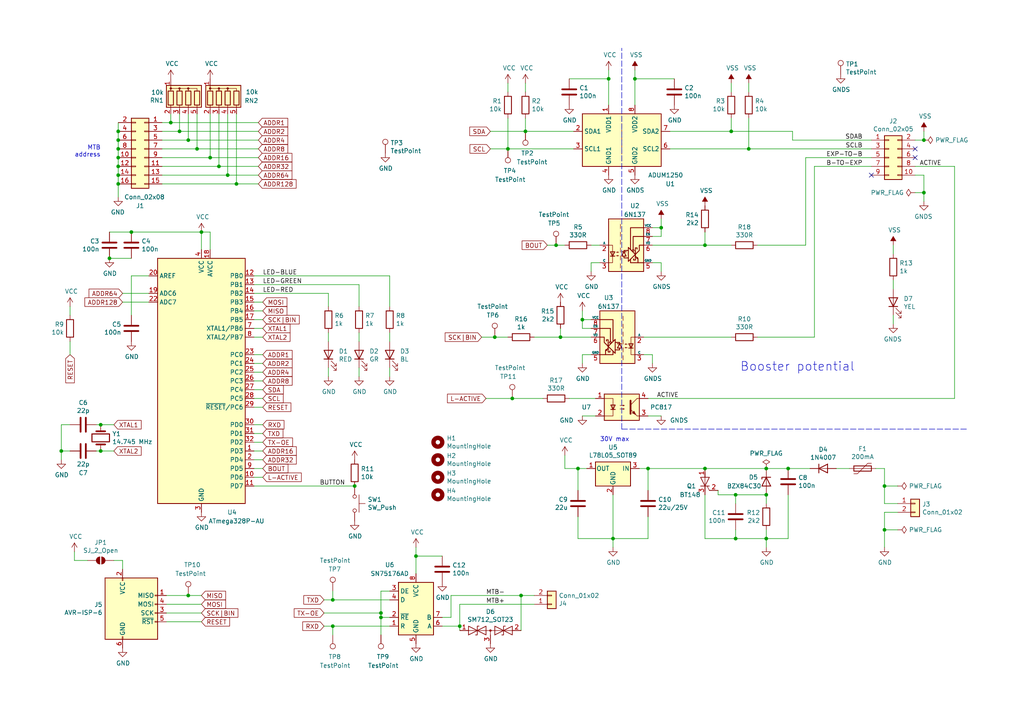
<source format=kicad_sch>
(kicad_sch (version 20231120) (generator "eeschema") (generator_version "8.0")
  (paper "A4")
  (title_block (title "HB22 MTB Expansion Module") (date "2025-02-22") (rev "1.0") (company "Model Railroader Club Brno I – KMŽ Brno I – https://kmz-brno.cz/") (comment 1 "Jan Horáček") (comment 2 "https://github.com/kmzbrnoI/hb22") (comment 3 "https://creativecommons.org/licenses/by-sa/4.0/") (comment 4 "Released under the Creative Commons Attribution-ShareAlike 4.0 License"))
  (junction (at 267.97 40.64))
  (junction (at 213.36 156.21))
  (junction (at 57.15 43.18))
  (junction (at 204.47 71.12))
  (junction (at 34.29 48.26))
  (junction (at 49.53 35.56))
  (junction (at 152.4 38.1))
  (junction (at 147.32 43.18))
  (junction (at 96.52 181.61))
  (junction (at 54.61 172.72))
  (junction (at 110.49 179.07))
  (junction (at 38.1 67.31))
  (junction (at 162.56 97.79))
  (junction (at 256.54 140.97))
  (junction (at 222.25 156.21))
  (junction (at 143.51 97.79))
  (junction (at 213.36 143.51))
  (junction (at 34.29 38.1))
  (junction (at 133.35 181.61))
  (junction (at 17.78 130.81))
  (junction (at 63.5 48.26))
  (junction (at 34.29 53.34))
  (junction (at 96.52 173.99))
  (junction (at 177.8 156.21))
  (junction (at 29.21 123.19))
  (junction (at 102.87 140.97))
  (junction (at 60.96 45.72))
  (junction (at 168.91 92.71))
  (junction (at 191.77 66.04))
  (junction (at 267.97 55.88))
  (junction (at 34.29 43.18))
  (junction (at 151.13 172.72))
  (junction (at 228.6 135.89))
  (junction (at 187.96 135.89))
  (junction (at 256.54 153.67))
  (junction (at 120.65 161.29))
  (junction (at 204.47 135.89))
  (junction (at 161.29 71.12))
  (junction (at 68.58 53.34))
  (junction (at 29.21 130.81))
  (junction (at 31.75 74.93))
  (junction (at 52.07 38.1))
  (junction (at 66.04 50.8))
  (junction (at 34.29 50.8))
  (junction (at 217.17 43.18))
  (junction (at 212.09 38.1))
  (junction (at 148.59 115.57))
  (junction (at 34.29 40.64))
  (junction (at 34.29 45.72))
  (junction (at 176.53 22.86))
  (junction (at 184.15 22.86))
  (junction (at 54.61 40.64))
  (junction (at 110.49 177.8))
  (junction (at 222.25 143.51))
  (junction (at 58.42 67.31))
  (junction (at 222.25 135.89))
  (junction (at 167.64 135.89))
  (no_connect (at 252.73 50.8))
  (no_connect (at 265.43 43.18))
  (no_connect (at 265.43 45.72))
  (wire (pts (xy 265.43 50.8) (xy 267.97 50.8)))
  (wire (pts (xy 228.6 135.89) (xy 222.25 135.89)))
  (wire (pts (xy 256.54 148.59) (xy 260.35 148.59)))
  (wire (pts (xy 187.96 156.21) (xy 187.96 149.86)))
  (wire (pts (xy 133.35 181.61) (xy 133.35 175.26)))
  (wire (pts (xy 191.77 68.58) (xy 191.77 66.04)))
  (wire (pts (xy 74.93 50.8) (xy 66.04 50.8)))
  (wire (pts (xy 46.99 40.64) (xy 54.61 40.64)))
  (wire (pts (xy 73.66 140.97) (xy 102.87 140.97)))
  (wire (pts (xy 96.52 171.45) (xy 96.52 173.99)))
  (wire (pts (xy 34.29 50.8) (xy 34.29 48.26)))
  (wire (pts (xy 34.29 40.64) (xy 34.29 38.1)))
  (wire (pts (xy 167.64 149.86) (xy 167.64 156.21)))
  (wire (pts (xy 133.35 182.88) (xy 133.35 181.61)))
  (wire (pts (xy 73.66 85.09) (xy 95.25 85.09)))
  (wire (pts (xy 151.13 182.88) (xy 151.13 172.72)))
  (wire (pts (xy 217.17 43.18) (xy 252.73 43.18)))
  (wire (pts (xy 73.66 130.81) (xy 76.2 130.81)))
  (wire (pts (xy 73.66 105.41) (xy 76.2 105.41)))
  (wire (pts (xy 68.58 33.02) (xy 68.58 53.34)))
  (wire (pts (xy 57.15 33.02) (xy 57.15 43.18)))
  (wire (pts (xy 168.91 95.25) (xy 171.45 95.25)))
  (wire (pts (xy 17.78 130.81) (xy 17.78 123.19)))
  (wire (pts (xy 73.66 95.25) (xy 76.2 95.25)))
  (wire (pts (xy 233.68 45.72) (xy 233.68 71.12)))
  (wire (pts (xy 148.59 115.57) (xy 157.48 115.57)))
  (wire (pts (xy 20.32 99.06) (xy 20.32 102.87)))
  (wire (pts (xy 219.71 97.79) (xy 236.22 97.79)))
  (wire (pts (xy 168.91 90.17) (xy 168.91 92.71)))
  (wire (pts (xy 96.52 184.15) (xy 96.52 181.61)))
  (wire (pts (xy 189.23 66.04) (xy 191.77 66.04)))
  (wire (pts (xy 73.66 113.03) (xy 76.2 113.03)))
  (wire (pts (xy 142.24 38.1) (xy 152.4 38.1)))
  (wire (pts (xy 29.21 123.19) (xy 33.02 123.19)))
  (wire (pts (xy 113.03 109.22) (xy 113.03 106.68)))
  (wire (pts (xy 113.03 171.45) (xy 110.49 171.45)))
  (wire (pts (xy 147.32 43.18) (xy 147.32 34.29)))
  (wire (pts (xy 46.99 53.34) (xy 68.58 53.34)))
  (wire (pts (xy 213.36 153.67) (xy 213.36 156.21)))
  (wire (pts (xy 34.29 53.34) (xy 34.29 50.8)))
  (wire (pts (xy 204.47 67.31) (xy 204.47 71.12)))
  (wire (pts (xy 58.42 67.31) (xy 60.96 67.31)))
  (wire (pts (xy 163.83 135.89) (xy 167.64 135.89)))
  (wire (pts (xy 73.66 123.19) (xy 76.2 123.19)))
  (wire (pts (xy 161.29 71.12) (xy 158.75 71.12)))
  (wire (pts (xy 217.17 24.13) (xy 217.17 26.67)))
  (wire (pts (xy 267.97 50.8) (xy 267.97 55.88)))
  (wire (pts (xy 20.32 88.9) (xy 20.32 91.44)))
  (wire (pts (xy 217.17 43.18) (xy 217.17 34.29)))
  (wire (pts (xy 187.96 115.57) (xy 276.86 115.57)))
  (wire (pts (xy 151.13 172.72) (xy 154.94 172.72)))
  (wire (pts (xy 229.87 40.64) (xy 252.73 40.64)))
  (wire (pts (xy 96.52 173.99) (xy 113.03 173.99)))
  (wire (pts (xy 189.23 102.87) (xy 189.23 105.41)))
  (wire (pts (xy 49.53 35.56) (xy 46.99 35.56)))
  (wire (pts (xy 46.99 38.1) (xy 52.07 38.1)))
  (wire (pts (xy 147.32 24.13) (xy 147.32 26.67)))
  (wire (pts (xy 93.98 177.8) (xy 110.49 177.8)))
  (wire (pts (xy 38.1 91.44) (xy 38.1 80.01)))
  (wire (pts (xy 110.49 179.07) (xy 113.03 179.07)))
  (wire (pts (xy 95.25 85.09) (xy 95.25 88.9)))
  (wire (pts (xy 222.25 146.05) (xy 222.25 143.51)))
  (wire (pts (xy 27.94 130.81) (xy 29.21 130.81)))
  (wire (pts (xy 33.02 130.81) (xy 29.21 130.81)))
  (wire (pts (xy 213.36 156.21) (xy 222.25 156.21)))
  (wire (pts (xy 54.61 172.72) (xy 58.42 172.72)))
  (wire (pts (xy 267.97 40.64) (xy 265.43 40.64)))
  (wire (pts (xy 213.36 146.05) (xy 213.36 143.51)))
  (wire (pts (xy 229.87 38.1) (xy 229.87 40.64)))
  (wire (pts (xy 128.27 179.07) (xy 130.81 179.07)))
  (wire (pts (xy 147.32 43.18) (xy 142.24 43.18)))
  (wire (pts (xy 73.66 115.57) (xy 76.2 115.57)))
  (wire (pts (xy 33.02 162.56) (xy 35.56 162.56)))
  (wire (pts (xy 34.29 43.18) (xy 34.29 40.64)))
  (wire (pts (xy 165.1 22.86) (xy 176.53 22.86)))
  (wire (pts (xy 128.27 181.61) (xy 133.35 181.61)))
  (wire (pts (xy 73.66 125.73) (xy 76.2 125.73)))
  (wire (pts (xy 93.98 173.99) (xy 96.52 173.99)))
  (wire (pts (xy 104.14 82.55) (xy 104.14 88.9)))
  (wire (pts (xy 171.45 71.12) (xy 173.99 71.12)))
  (wire (pts (xy 46.99 45.72) (xy 60.96 45.72)))
  (wire (pts (xy 140.97 115.57) (xy 148.59 115.57)))
  (wire (pts (xy 113.03 80.01) (xy 113.03 88.9)))
  (wire (pts (xy 54.61 33.02) (xy 54.61 40.64)))
  (wire (pts (xy 73.66 128.27) (xy 76.2 128.27)))
  (wire (pts (xy 191.77 66.04) (xy 191.77 63.5)))
  (wire (pts (xy 234.95 135.89) (xy 228.6 135.89)))
  (wire (pts (xy 256.54 148.59) (xy 256.54 153.67)))
  (wire (pts (xy 176.53 20.32) (xy 176.53 22.86)))
  (wire (pts (xy 185.42 135.89) (xy 187.96 135.89)))
  (wire (pts (xy 256.54 140.97) (xy 256.54 135.89)))
  (wire (pts (xy 104.14 109.22) (xy 104.14 106.68)))
  (wire (pts (xy 167.64 135.89) (xy 170.18 135.89)))
  (wire (pts (xy 49.53 33.02) (xy 49.53 35.56)))
  (wire (pts (xy 73.66 118.11) (xy 76.2 118.11)))
  (wire (pts (xy 73.66 133.35) (xy 76.2 133.35)))
  (wire (pts (xy 176.53 22.86) (xy 176.53 30.48)))
  (wire (pts (xy 184.15 22.86) (xy 195.58 22.86)))
  (wire (pts (xy 34.29 48.26) (xy 34.29 45.72)))
  (wire (pts (xy 76.2 97.79) (xy 73.66 97.79)))
  (wire (pts (xy 58.42 72.39) (xy 58.42 67.31)))
  (wire (pts (xy 73.66 110.49) (xy 76.2 110.49)))
  (wire (pts (xy 189.23 71.12) (xy 204.47 71.12)))
  (wire (pts (xy 259.08 83.82) (xy 259.08 81.28)))
  (wire (pts (xy 147.32 43.18) (xy 166.37 43.18)))
  (wire (pts (xy 212.09 38.1) (xy 212.09 34.29)))
  (wire (pts (xy 152.4 34.29) (xy 152.4 38.1)))
  (wire (pts (xy 17.78 133.35) (xy 17.78 130.81)))
  (wire (pts (xy 60.96 67.31) (xy 60.96 72.39)))
  (wire (pts (xy 95.25 109.22) (xy 95.25 106.68)))
  (wire (pts (xy 154.94 97.79) (xy 162.56 97.79)))
  (wire (pts (xy 73.66 90.17) (xy 76.2 90.17)))
  (wire (pts (xy 46.99 48.26) (xy 63.5 48.26)))
  (wire (pts (xy 187.96 135.89) (xy 204.47 135.89)))
  (wire (pts (xy 20.32 130.81) (xy 17.78 130.81)))
  (wire (pts (xy 48.26 172.72) (xy 54.61 172.72)))
  (wire (pts (xy 95.25 99.06) (xy 95.25 96.52)))
  (wire (pts (xy 213.36 143.51) (xy 222.25 143.51)))
  (wire (pts (xy 57.15 43.18) (xy 74.93 43.18)))
  (wire (pts (xy 246.38 135.89) (xy 242.57 135.89)))
  (wire (pts (xy 113.03 99.06) (xy 113.03 96.52)))
  (wire (pts (xy 222.25 156.21) (xy 222.25 153.67)))
  (wire (pts (xy 260.35 153.67) (xy 256.54 153.67)))
  (wire (pts (xy 104.14 99.06) (xy 104.14 96.52)))
  (wire (pts (xy 186.69 97.79) (xy 212.09 97.79)))
  (wire (pts (xy 74.93 45.72) (xy 60.96 45.72)))
  (wire (pts (xy 228.6 156.21) (xy 228.6 143.51)))
  (wire (pts (xy 35.56 87.63) (xy 43.18 87.63)))
  (wire (pts (xy 165.1 115.57) (xy 172.72 115.57)))
  (wire (pts (xy 276.86 48.26) (xy 276.86 115.57)))
  (wire (pts (xy 212.09 38.1) (xy 229.87 38.1)))
  (wire (pts (xy 171.45 78.74) (xy 171.45 76.2)))
  (wire (pts (xy 73.66 92.71) (xy 76.2 92.71)))
  (wire (pts (xy 168.91 92.71) (xy 168.91 95.25)))
  (wire (pts (xy 104.14 82.55) (xy 73.66 82.55)))
  (wire (pts (xy 259.08 73.66) (xy 259.08 71.12)))
  (wire (pts (xy 74.93 40.64) (xy 54.61 40.64)))
  (wire (pts (xy 139.7 97.79) (xy 143.51 97.79)))
  (wire (pts (xy 31.75 74.93) (xy 38.1 74.93)))
  (wire (pts (xy 177.8 158.75) (xy 177.8 156.21)))
  (wire (pts (xy 63.5 33.02) (xy 63.5 48.26)))
  (wire (pts (xy 43.18 85.09) (xy 35.56 85.09)))
  (wire (pts (xy 256.54 140.97) (xy 260.35 140.97)))
  (wire (pts (xy 60.96 33.02) (xy 60.96 45.72)))
  (wire (pts (xy 110.49 171.45) (xy 110.49 177.8)))
  (wire (pts (xy 152.4 38.1) (xy 166.37 38.1)))
  (wire (pts (xy 73.66 87.63) (xy 76.2 87.63)))
  (wire (pts (xy 259.08 93.98) (xy 259.08 91.44)))
  (wire (pts (xy 184.15 30.48) (xy 184.15 22.86)))
  (wire (pts (xy 93.98 181.61) (xy 96.52 181.61)))
  (wire (pts (xy 191.77 76.2) (xy 191.77 78.74)))
  (wire (pts (xy 187.96 156.21) (xy 177.8 156.21)))
  (wire (pts (xy 110.49 177.8) (xy 110.49 179.07)))
  (wire (pts (xy 228.6 156.21) (xy 222.25 156.21)))
  (wire (pts (xy 194.31 38.1) (xy 212.09 38.1)))
  (wire (pts (xy 204.47 156.21) (xy 213.36 156.21)))
  (wire (pts (xy 163.83 132.08) (xy 163.83 135.89)))
  (wire (pts (xy 17.78 123.19) (xy 20.32 123.19)))
  (wire (pts (xy 267.97 40.64) (xy 267.97 38.1)))
  (wire (pts (xy 130.81 179.07) (xy 130.81 172.72)))
  (wire (pts (xy 73.66 138.43) (xy 76.2 138.43)))
  (wire (pts (xy 21.59 160.02) (xy 21.59 162.56)))
  (wire (pts (xy 208.28 142.24) (xy 208.28 143.51)))
  (wire (pts (xy 52.07 33.02) (xy 52.07 38.1)))
  (wire (pts (xy 46.99 43.18) (xy 57.15 43.18)))
  (wire (pts (xy 187.96 142.24) (xy 187.96 135.89)))
  (wire (pts (xy 35.56 162.56) (xy 35.56 165.1)))
  (wire (pts (xy 143.51 97.79) (xy 147.32 97.79)))
  (polyline (pts (xy 180.34 124.46) (xy 180.34 13.97)) (stroke (width 0) (type dash)))
  (wire (pts (xy 204.47 71.12) (xy 212.09 71.12)))
  (wire (pts (xy 27.94 123.19) (xy 29.21 123.19)))
  (wire (pts (xy 110.49 179.07) (xy 110.49 184.15)))
  (wire (pts (xy 265.43 55.88) (xy 267.97 55.88)))
  (wire (pts (xy 152.4 24.13) (xy 152.4 26.67)))
  (wire (pts (xy 171.45 76.2) (xy 173.99 76.2)))
  (wire (pts (xy 133.35 175.26) (xy 154.94 175.26)))
  (wire (pts (xy 162.56 97.79) (xy 171.45 97.79)))
  (wire (pts (xy 120.65 161.29) (xy 120.65 166.37)))
  (wire (pts (xy 66.04 33.02) (xy 66.04 50.8)))
  (wire (pts (xy 186.69 102.87) (xy 189.23 102.87)))
  (wire (pts (xy 38.1 80.01) (xy 43.18 80.01)))
  (wire (pts (xy 96.52 181.61) (xy 113.03 181.61)))
  (polyline (pts (xy 180.34 124.46) (xy 280.67 124.46)) (stroke (width 0) (type dash)))
  (wire (pts (xy 163.83 71.12) (xy 161.29 71.12)))
  (wire (pts (xy 236.22 48.26) (xy 236.22 97.79)))
  (wire (pts (xy 236.22 48.26) (xy 252.73 48.26)))
  (wire (pts (xy 68.58 53.34) (xy 74.93 53.34)))
  (wire (pts (xy 187.96 120.65) (xy 191.77 120.65)))
  (wire (pts (xy 74.93 35.56) (xy 49.53 35.56)))
  (wire (pts (xy 73.66 135.89) (xy 76.2 135.89)))
  (wire (pts (xy 130.81 172.72) (xy 151.13 172.72)))
  (wire (pts (xy 267.97 55.88) (xy 267.97 58.42)))
  (wire (pts (xy 256.54 140.97) (xy 256.54 146.05)))
  (wire (pts (xy 177.8 156.21) (xy 167.64 156.21)))
  (wire (pts (xy 256.54 158.75) (xy 256.54 153.67)))
  (wire (pts (xy 162.56 95.25) (xy 162.56 97.79)))
  (wire (pts (xy 171.45 92.71) (xy 168.91 92.71)))
  (wire (pts (xy 128.27 161.29) (xy 120.65 161.29)))
  (wire (pts (xy 73.66 107.95) (xy 76.2 107.95)))
  (wire (pts (xy 168.91 105.41) (xy 168.91 102.87)))
  (wire (pts (xy 73.66 80.01) (xy 113.03 80.01)))
  (wire (pts (xy 184.15 20.32) (xy 184.15 22.86)))
  (wire (pts (xy 167.64 142.24) (xy 167.64 135.89)))
  (wire (pts (xy 46.99 50.8) (xy 66.04 50.8)))
  (wire (pts (xy 34.29 57.15) (xy 34.29 53.34)))
  (wire (pts (xy 208.28 143.51) (xy 213.36 143.51)))
  (wire (pts (xy 48.26 175.26) (xy 58.42 175.26)))
  (wire (pts (xy 219.71 71.12) (xy 233.68 71.12)))
  (wire (pts (xy 177.8 156.21) (xy 177.8 143.51)))
  (wire (pts (xy 31.75 67.31) (xy 38.1 67.31)))
  (wire (pts (xy 222.25 158.75) (xy 222.25 156.21)))
  (wire (pts (xy 120.65 158.75) (xy 120.65 161.29)))
  (wire (pts (xy 21.59 162.56) (xy 25.4 162.56)))
  (wire (pts (xy 212.09 24.13) (xy 212.09 26.67)))
  (wire (pts (xy 73.66 102.87) (xy 76.2 102.87)))
  (wire (pts (xy 194.31 43.18) (xy 217.17 43.18)))
  (wire (pts (xy 168.91 120.65) (xy 172.72 120.65)))
  (wire (pts (xy 233.68 45.72) (xy 252.73 45.72)))
  (wire (pts (xy 189.23 68.58) (xy 191.77 68.58)))
  (wire (pts (xy 222.25 135.89) (xy 204.47 135.89)))
  (wire (pts (xy 34.29 38.1) (xy 34.29 35.56)))
  (wire (pts (xy 52.07 38.1) (xy 74.93 38.1)))
  (wire (pts (xy 48.26 180.34) (xy 58.42 180.34)))
  (wire (pts (xy 38.1 67.31) (xy 58.42 67.31)))
  (wire (pts (xy 260.35 146.05) (xy 256.54 146.05)))
  (wire (pts (xy 204.47 156.21) (xy 204.47 143.51)))
  (wire (pts (xy 256.54 135.89) (xy 254 135.89)))
  (wire (pts (xy 265.43 48.26) (xy 276.86 48.26)))
  (wire (pts (xy 63.5 48.26) (xy 74.93 48.26)))
  (wire (pts (xy 34.29 45.72) (xy 34.29 43.18)))
  (wire (pts (xy 168.91 102.87) (xy 171.45 102.87)))
  (wire (pts (xy 189.23 76.2) (xy 191.77 76.2)))
  (wire (pts (xy 48.26 177.8) (xy 58.42 177.8)))
  (text "MTB\naddress" (at 29.21 45.72 0) (effects (font (size 1.27 1.27)) (justify right bottom)))
  (text "30V max" (at 173.99 128.27 0) (effects (font (size 1.27 1.27)) (justify left bottom)))
  (text "Booster potential" (at 214.63 107.95 0) (effects (font (size 2.54 2.54)) (justify left bottom)))
  (label "B-TO-EXP" (at 250.19 48.26 180))
  (label "SDAB" (at 250.19 40.64 180))
  (label "SCLB" (at 250.19 43.18 180))
  (label "LED-GREEN" (at 76.2 82.55 0))
  (label "MTB+" (at 140.97 175.26 0))
  (label "BUTTON" (at 92.71 140.97 0))
  (label "ACTIVE" (at 266.7 48.26 0))
  (label "EXP-TO-B" (at 250.19 45.72 180))
  (label "MTB-" (at 140.97 172.72 0))
  (label "ACTIVE" (at 190.5 115.57 0))
  (label "LED-BLUE" (at 76.2 80.01 0))
  (label "LED-RED" (at 76.2 85.09 0))
  (global_label "ADDR8" (shape input) (at 74.93 43.18 0) (property "Intersheetrefs" "${INTERSHEET_REFS}" (effects (hide yes))))
  (global_label "RXD" (shape input) (at 93.98 181.61 180) (property "Intersheetrefs" "${INTERSHEET_REFS}" (effects (hide yes))))
  (global_label "SCL" (shape input) (at 76.2 115.57 0) (property "Intersheetrefs" "${INTERSHEET_REFS}" (effects (hide yes))))
  (global_label "ADDR8" (shape input) (at 76.2 110.49 0) (property "Intersheetrefs" "${INTERSHEET_REFS}" (effects (hide yes))))
  (global_label "MISO" (shape input) (at 76.2 90.17 0) (property "Intersheetrefs" "${INTERSHEET_REFS}" (effects (hide yes))))
  (global_label "ADDR16" (shape input) (at 76.2 130.81 0) (property "Intersheetrefs" "${INTERSHEET_REFS}" (effects (hide yes))))
  (global_label "SCK|BIN" (shape input) (at 139.7 97.79 180) (property "Intersheetrefs" "${INTERSHEET_REFS}" (effects (hide yes))))
  (global_label "TXD" (shape input) (at 76.2 125.73 0) (property "Intersheetrefs" "${INTERSHEET_REFS}" (effects (hide yes))))
  (global_label "MISO" (shape input) (at 58.42 172.72 0) (property "Intersheetrefs" "${INTERSHEET_REFS}" (effects (hide yes))))
  (global_label "SDA" (shape input) (at 76.2 113.03 0) (property "Intersheetrefs" "${INTERSHEET_REFS}" (effects (hide yes))))
  (global_label "XTAL1" (shape input) (at 33.02 123.19 0) (property "Intersheetrefs" "${INTERSHEET_REFS}" (effects (hide yes))))
  (global_label "TXD" (shape input) (at 93.98 173.99 180) (property "Intersheetrefs" "${INTERSHEET_REFS}" (effects (hide yes))))
  (global_label "BOUT" (shape input) (at 158.75 71.12 180) (property "Intersheetrefs" "${INTERSHEET_REFS}" (effects (hide yes))))
  (global_label "BOUT" (shape input) (at 76.2 135.89 0) (property "Intersheetrefs" "${INTERSHEET_REFS}" (effects (hide yes))))
  (global_label "ADDR1" (shape input) (at 74.93 35.56 0) (property "Intersheetrefs" "${INTERSHEET_REFS}" (effects (hide yes))))
  (global_label "L-ACTIVE" (shape input) (at 76.2 138.43 0) (property "Intersheetrefs" "${INTERSHEET_REFS}" (effects (hide yes))))
  (global_label "XTAL2" (shape input) (at 76.2 97.79 0) (property "Intersheetrefs" "${INTERSHEET_REFS}" (effects (hide yes))))
  (global_label "ADDR64" (shape input) (at 35.56 85.09 180) (property "Intersheetrefs" "${INTERSHEET_REFS}" (effects (hide yes))))
  (global_label "ADDR32" (shape input) (at 76.2 133.35 0) (property "Intersheetrefs" "${INTERSHEET_REFS}" (effects (hide yes))))
  (global_label "ADDR1" (shape input) (at 76.2 102.87 0) (property "Intersheetrefs" "${INTERSHEET_REFS}" (effects (hide yes))))
  (global_label "SCK|BIN" (shape input) (at 58.42 177.8 0) (property "Intersheetrefs" "${INTERSHEET_REFS}" (effects (hide yes))))
  (global_label "MOSI" (shape input) (at 58.42 175.26 0) (property "Intersheetrefs" "${INTERSHEET_REFS}" (effects (hide yes))))
  (global_label "XTAL1" (shape input) (at 76.2 95.25 0) (property "Intersheetrefs" "${INTERSHEET_REFS}" (effects (hide yes))))
  (global_label "RESET" (shape input) (at 76.2 118.11 0) (property "Intersheetrefs" "${INTERSHEET_REFS}" (effects (hide yes))))
  (global_label "SCK|BIN" (shape input) (at 76.2 92.71 0) (property "Intersheetrefs" "${INTERSHEET_REFS}" (effects (hide yes))))
  (global_label "SDA" (shape input) (at 142.24 38.1 180) (property "Intersheetrefs" "${INTERSHEET_REFS}" (effects (hide yes))))
  (global_label "ADDR128" (shape input) (at 35.56 87.63 180) (property "Intersheetrefs" "${INTERSHEET_REFS}" (effects (hide yes))))
  (global_label "TX-OE" (shape input) (at 76.2 128.27 0) (property "Intersheetrefs" "${INTERSHEET_REFS}" (effects (hide yes))))
  (global_label "XTAL2" (shape input) (at 33.02 130.81 0) (property "Intersheetrefs" "${INTERSHEET_REFS}" (effects (hide yes))))
  (global_label "TX-OE" (shape input) (at 93.98 177.8 180) (property "Intersheetrefs" "${INTERSHEET_REFS}" (effects (hide yes))))
  (global_label "ADDR2" (shape input) (at 76.2 105.41 0) (property "Intersheetrefs" "${INTERSHEET_REFS}" (effects (hide yes))))
  (global_label "ADDR128" (shape input) (at 74.93 53.34 0) (property "Intersheetrefs" "${INTERSHEET_REFS}" (effects (hide yes))))
  (global_label "ADDR2" (shape input) (at 74.93 38.1 0) (property "Intersheetrefs" "${INTERSHEET_REFS}" (effects (hide yes))))
  (global_label "SCL" (shape input) (at 142.24 43.18 180) (property "Intersheetrefs" "${INTERSHEET_REFS}" (effects (hide yes))))
  (global_label "ADDR4" (shape input) (at 74.93 40.64 0) (property "Intersheetrefs" "${INTERSHEET_REFS}" (effects (hide yes))))
  (global_label "ADDR32" (shape input) (at 74.93 48.26 0) (property "Intersheetrefs" "${INTERSHEET_REFS}" (effects (hide yes))))
  (global_label "RESET" (shape input) (at 58.42 180.34 0) (property "Intersheetrefs" "${INTERSHEET_REFS}" (effects (hide yes))))
  (global_label "ADDR64" (shape input) (at 74.93 50.8 0) (property "Intersheetrefs" "${INTERSHEET_REFS}" (effects (hide yes))))
  (global_label "L-ACTIVE" (shape input) (at 140.97 115.57 180) (property "Intersheetrefs" "${INTERSHEET_REFS}" (effects (hide yes))))
  (global_label "ADDR4" (shape input) (at 76.2 107.95 0) (property "Intersheetrefs" "${INTERSHEET_REFS}" (effects (hide yes))))
  (global_label "MOSI" (shape input) (at 76.2 87.63 0) (property "Intersheetrefs" "${INTERSHEET_REFS}" (effects (hide yes))))
  (global_label "RESET" (shape input) (at 20.32 102.87 270) (property "Intersheetrefs" "${INTERSHEET_REFS}" (effects (hide yes))))
  (global_label "ADDR16" (shape input) (at 74.93 45.72 0) (property "Intersheetrefs" "${INTERSHEET_REFS}" (effects (hide yes))))
  (global_label "RXD" (shape input) (at 76.2 123.19 0) (property "Intersheetrefs" "${INTERSHEET_REFS}" (effects (hide yes))))
  (symbol (lib_id "exp-mtb-rescue:ATmega328P-AU-MCU_Microchip_ATmega") (at 58.42 110.49 0) (unit 1)
    (property "Reference" "U4" (at 67.31 148.59 0))
    (property "Value" "ATmega328P-AU" (at 68.58 151.13 0))
    (property "Footprint" "Package_QFP:TQFP-32_7x7mm_P0.8mm" (effects (hide yes)))
    (property "Datasheet" "http://ww1.microchip.com/downloads/en/DeviceDoc/ATmega328_P%20AVR%20MCU%20with%20picoPower%20Technology%20Data%20Sheet%2040001984A.pdf" (effects (hide yes)))
  )
  (symbol (lib_id "Device:C") (at 38.1 71.12 0) (unit 1)
    (property "Reference" "C4" (at 41.021 69.9516 0) (effects (justify left)))
    (property "Value" "100n" (at 41.021 72.263 0) (effects (justify left)))
    (property "Footprint" "Capacitor_SMD:C_0805_2012Metric_Pad1.18x1.45mm_HandSolder" (effects (hide yes)))
    (property "LCSC" "C49678" (effects (hide yes)))
  )
  (symbol (lib_id "Device:C") (at 31.75 71.12 0) (mirror x) (unit 1)
    (property "Reference" "C3" (at 28.829 69.9516 0) (effects (justify right)))
    (property "Value" "100n" (at 28.829 72.263 0) (effects (justify right)))
    (property "Footprint" "Capacitor_SMD:C_0805_2012Metric_Pad1.18x1.45mm_HandSolder" (effects (hide yes)))
    (property "LCSC" "C49678" (effects (hide yes)))
  )
  (symbol (lib_id "Device:C") (at 38.1 95.25 0) (mirror x) (unit 1)
    (property "Reference" "C5" (at 35.179 94.0816 0) (effects (justify right)))
    (property "Value" "100n" (at 35.179 96.393 0) (effects (justify right)))
    (property "Footprint" "Capacitor_SMD:C_0805_2012Metric_Pad1.18x1.45mm_HandSolder" (effects (hide yes)))
    (property "LCSC" "C49678" (effects (hide yes)))
  )
  (symbol (lib_id "exp-mtb-rescue:GND-power") (at 38.1 99.06 0) (unit 1)
    (property "Reference" "#PWR025" (effects (hide yes)))
    (property "Value" "GND" (at 38.227 103.4542 0))
  )
  (symbol (lib_id "exp-mtb-rescue:GND-power") (at 31.75 74.93 0) (unit 1)
    (property "Reference" "#PWR020" (effects (hide yes)))
    (property "Value" "GND" (at 31.877 79.3242 0))
  )
  (symbol (lib_id "exp-mtb-rescue:VCC-power") (at 58.42 67.31 0) (unit 1)
    (property "Reference" "#PWR018" (effects (hide yes)))
    (property "Value" "VCC" (at 58.801 62.9158 0))
  )
  (symbol (lib_id "Device:R") (at 20.32 95.25 0) (mirror x) (unit 1)
    (property "Reference" "R9" (at 18.5674 94.0816 0) (effects (justify right)))
    (property "Value" "10k" (at 18.5674 96.393 0) (effects (justify right)))
    (property "Footprint" "Resistor_SMD:R_0805_2012Metric_Pad1.20x1.40mm_HandSolder" (effects (hide yes)))
    (property "LCSC" "C17414" (effects (hide yes)))
  )
  (symbol (lib_id "exp-mtb-rescue:VCC-power") (at 20.32 88.9 0) (unit 1)
    (property "Reference" "#PWR023" (effects (hide yes)))
    (property "Value" "VCC" (at 20.701 84.5058 0))
  )
  (symbol (lib_id "Connector:AVR-ISP-6") (at 38.1 177.8 0) (unit 1)
    (property "Reference" "J5" (at 29.7434 175.3616 0) (effects (justify right)))
    (property "Value" "AVR-ISP-6" (at 29.7434 177.673 0) (effects (justify right)))
    (property "Footprint" "Connector_PinHeader_2.54mm:PinHeader_2x03_P2.54mm_Vertical" (effects (hide yes)))
  )
  (symbol (lib_id "Jumper:SolderJumper_2_Open") (at 29.21 162.56 0) (unit 1)
    (property "Reference" "JP1" (at 29.21 157.353 0))
    (property "Value" "SJ_2_Open" (at 29.21 159.6644 0))
    (property "Footprint" "Jumper:SolderJumper-2_P1.3mm_Open_RoundedPad1.0x1.5mm" (effects (hide yes)))
  )
  (symbol (lib_id "exp-mtb-rescue:GND-power") (at 35.56 187.96 0) (unit 1)
    (property "Reference" "#PWR043" (effects (hide yes)))
    (property "Value" "GND" (at 35.687 192.3542 0))
  )
  (symbol (lib_id "exp-mtb-rescue:VCC-power") (at 21.59 160.02 0) (unit 1)
    (property "Reference" "#PWR039" (effects (hide yes)))
    (property "Value" "VCC" (at 21.971 155.6258 0))
  )
  (symbol (lib_id "Device:Crystal") (at 29.21 127 270) (unit 1)
    (property "Reference" "Y1" (at 32.5374 125.8316 90) (effects (justify left)))
    (property "Value" "14.745 MHz" (at 32.5374 128.143 90) (effects (justify left)))
    (property "Footprint" "Crystal:Crystal_SMD_HC49-SD_HandSoldering" (effects (hide yes)))
    (property "LCSC" "C240976" (effects (hide yes)))
  )
  (symbol (lib_id "Device:C") (at 24.13 123.19 270) (unit 1)
    (property "Reference" "C6" (at 24.13 116.7892 90))
    (property "Value" "22p" (at 24.13 119.1006 90))
    (property "Footprint" "Capacitor_SMD:C_0805_2012Metric_Pad1.18x1.45mm_HandSolder" (effects (hide yes)))
    (property "LCSC" "C1804" (effects (hide yes)))
  )
  (symbol (lib_id "Device:C") (at 24.13 130.81 90) (unit 1)
    (property "Reference" "C7" (at 24.13 137.16 90))
    (property "Value" "22p" (at 24.13 134.62 90))
    (property "Footprint" "Capacitor_SMD:C_0805_2012Metric_Pad1.18x1.45mm_HandSolder" (effects (hide yes)))
    (property "LCSC" "C1804" (effects (hide yes)))
  )
  (symbol (lib_id "exp-mtb-rescue:GND-power") (at 17.78 133.35 0) (unit 1)
    (property "Reference" "#PWR032" (effects (hide yes)))
    (property "Value" "GND" (at 17.907 137.7442 0))
  )
  (symbol (lib_id "Device:Polyfuse") (at 250.19 135.89 270) (unit 1)
    (property "Reference" "F1" (at 250.19 130.175 90))
    (property "Value" "200mA" (at 250.19 132.4864 90))
    (property "Footprint" "Fuse:Fuse_1206_3216Metric_Pad1.42x1.75mm_HandSolder" (effects (hide yes)))
  )
  (symbol (lib_id "exp-mtb-rescue:GND-power") (at 58.42 148.59 0) (unit 1)
    (property "Reference" "#PWR034" (effects (hide yes)))
    (property "Value" "GND" (at 58.547 152.9842 0))
  )
  (symbol (lib_id "Connector_Generic:Conn_02x08_Odd_Even") (at 41.91 43.18 0) (mirror y) (unit 1)
    (property "Reference" "J1" (at 40.64 59.69 0))
    (property "Value" "Conn_02x08" (at 41.91 57.15 0))
    (property "Footprint" "Connector_PinHeader_2.54mm:PinHeader_2x08_P2.54mm_Vertical" (effects (hide yes)))
  )
  (symbol (lib_id "exp-mtb-rescue:BZX84Cxx-Diode") (at 222.25 139.7 90) (mirror x) (unit 1)
    (property "Reference" "D5" (at 217.17 138.43 90) (effects (justify right)))
    (property "Value" "BZX84C30" (at 210.82 140.97 90) (effects (justify right)))
    (property "Footprint" "Diode_SMD:D_SOT-23_ANK" (effects (hide yes)))
    (property "Datasheet" "https://diotec.com/tl_files/diotec/files/pdf/datasheets/bzx84c2v4.pdf" (effects (hide yes)))
  )
  (symbol (lib_id "Device:R_Network04") (at 66.04 27.94 0) (unit 1)
    (property "Reference" "RN2" (at 74.93 29.21 0) (effects (justify right)))
    (property "Value" "10k" (at 74.93 26.67 0) (effects (justify right)))
    (property "Footprint" "Resistor_SMD:R_Array_Concave_4x0603" (effects (hide yes)))
    (property "Datasheet" "http://www.vishay.com/docs/31509/csc.pdf" (effects (hide yes)))
    (property "LCSC" "C396839" (effects (hide yes)))
  )
  (symbol (lib_id "Triac_Thyristor:BT169D") (at 204.47 139.7 0) (mirror y) (unit 1)
    (property "Reference" "Q1" (at 201.93 140.97 0) (effects (justify left)))
    (property "Value" "BT148" (at 203.2 143.51 0) (effects (justify left)))
    (property "Footprint" "Package_TO_SOT_SMD:SOT-223" (effects (hide yes)))
    (property "Datasheet" "https://media.digikey.com/pdf/Data%20Sheets/NXP%20PDFs/BT169_Series.pdf" (effects (hide yes)))
    (property "LCSC" "C256433" (effects (hide yes)))
  )
  (symbol (lib_id "Device:R_Network04") (at 54.61 27.94 0) (unit 1)
    (property "Reference" "RN1" (at 47.498 29.1084 0) (effects (justify right)))
    (property "Value" "10k" (at 47.498 26.797 0) (effects (justify right)))
    (property "Footprint" "Resistor_SMD:R_Array_Concave_4x0603" (effects (hide yes)))
    (property "Datasheet" "http://www.vishay.com/docs/31509/csc.pdf" (effects (hide yes)))
    (property "LCSC" "C396839" (effects (hide yes)))
  )
  (symbol (lib_id "Device:C") (at 228.6 139.7 0) (unit 1)
    (property "Reference" "C8" (at 231.521 138.5316 0) (effects (justify left)))
    (property "Value" "100n" (at 231.521 140.843 0) (effects (justify left)))
    (property "Footprint" "Capacitor_SMD:C_0805_2012Metric_Pad1.18x1.45mm_HandSolder" (effects (hide yes)))
    (property "LCSC" "C49678" (effects (hide yes)))
  )
  (symbol (lib_id "Device:C") (at 213.36 149.86 0) (mirror x) (unit 1)
    (property "Reference" "C11" (at 210.439 148.6916 0) (effects (justify right)))
    (property "Value" "100n" (at 210.439 151.003 0) (effects (justify right)))
    (property "Footprint" "Capacitor_SMD:C_0805_2012Metric_Pad1.18x1.45mm_HandSolder" (effects (hide yes)))
    (property "LCSC" "C49678" (effects (hide yes)))
  )
  (symbol (lib_id "Device:R") (at 222.25 149.86 0) (mirror x) (unit 1)
    (property "Reference" "R12" (at 220.472 148.6916 0) (effects (justify right)))
    (property "Value" "2k2" (at 220.472 151.003 0) (effects (justify right)))
    (property "Footprint" "Resistor_SMD:R_0805_2012Metric_Pad1.20x1.40mm_HandSolder" (effects (hide yes)))
    (property "LCSC" "C17520" (effects (hide yes)))
  )
  (symbol (lib_id "exp-mtb-rescue:GND-power") (at 222.25 158.75 0) (unit 1)
    (property "Reference" "#PWR037" (effects (hide yes)))
    (property "Value" "GND" (at 222.377 163.1442 0))
  )
  (symbol (lib_id "exp-mtb-rescue:GND-power") (at 34.29 57.15 0) (mirror y) (unit 1)
    (property "Reference" "#PWR017" (effects (hide yes)))
    (property "Value" "GND" (at 34.163 61.5442 0))
  )
  (symbol (lib_id "Interface_UART:SN75176AD") (at 120.65 176.53 0) (unit 1)
    (property "Reference" "U6" (at 113.03 163.83 0))
    (property "Value" "SN75176AD" (at 113.03 166.37 0))
    (property "Footprint" "Package_DIP:DIP-8_W7.62mm_LongPads" (effects (hide yes)))
    (property "Datasheet" "http://www.ti.com/lit/ds/symlink/sn75176a.pdf" (effects (hide yes)))
  )
  (symbol (lib_id "Connector_Generic:Conn_01x02") (at 160.02 175.26 0) (mirror x) (unit 1)
    (property "Reference" "J4" (at 162.052 175.0568 0) (effects (justify left)))
    (property "Value" "Conn_01x02" (at 162.052 172.7454 0) (effects (justify left)))
    (property "Footprint" "TerminalBlock:TerminalBlock_bornier-2_P5.08mm" (effects (hide yes)))
  )
  (symbol (lib_id "exp-mtb-rescue:VCC-power") (at 120.65 158.75 0) (unit 1)
    (property "Reference" "#PWR040" (effects (hide yes)))
    (property "Value" "VCC" (at 121.031 154.3558 0))
  )
  (symbol (lib_id "exp-mtb-rescue:GND-power") (at 120.65 186.69 0) (unit 1)
    (property "Reference" "#PWR041" (effects (hide yes)))
    (property "Value" "GND" (at 120.777 191.0842 0))
  )
  (symbol (lib_id "Switch:SW_Push") (at 102.87 146.05 270) (unit 1)
    (property "Reference" "SW1" (at 106.6292 144.8816 90) (effects (justify left)))
    (property "Value" "SW_Push" (at 106.6292 147.193 90) (effects (justify left)))
    (property "Footprint" "Button_Switch_THT:SW_PUSH_6mm" (effects (hide yes)))
  )
  (symbol (lib_id "Device:R") (at 102.87 137.16 0) (unit 1)
    (property "Reference" "R11" (at 104.648 135.9916 0) (effects (justify left)))
    (property "Value" "10k" (at 104.648 138.303 0) (effects (justify left)))
    (property "Footprint" "Resistor_SMD:R_0805_2012Metric_Pad1.20x1.40mm_HandSolder" (effects (hide yes)))
    (property "LCSC" "C17414" (effects (hide yes)))
  )
  (symbol (lib_id "exp-mtb-rescue:VCC-power") (at 102.87 133.35 0) (unit 1)
    (property "Reference" "#PWR033" (effects (hide yes)))
    (property "Value" "VCC" (at 103.251 128.9558 0))
  )
  (symbol (lib_id "exp-mtb-rescue:GND-power") (at 102.87 151.13 0) (unit 1)
    (property "Reference" "#PWR035" (effects (hide yes)))
    (property "Value" "GND" (at 102.997 155.5242 0))
  )
  (symbol (lib_id "Device:LED") (at 95.25 102.87 90) (unit 1)
    (property "Reference" "D1" (at 98.2472 101.8794 90) (effects (justify right)))
    (property "Value" "RED" (at 98.2472 104.1908 90) (effects (justify right)))
    (property "Footprint" "LED_SMD:LED_0805_2012Metric_Pad1.15x1.40mm_HandSolder" (effects (hide yes)))
    (property "LCSC" "C84256" (effects (hide yes)))
  )
  (symbol (lib_id "Device:LED") (at 104.14 102.87 90) (unit 1)
    (property "Reference" "D2" (at 107.1372 101.8794 90) (effects (justify right)))
    (property "Value" "GR" (at 107.1372 104.1908 90) (effects (justify right)))
    (property "Footprint" "LED_SMD:LED_0805_2012Metric_Pad1.15x1.40mm_HandSolder" (effects (hide yes)))
    (property "LCSC" "C2297" (effects (hide yes)))
  )
  (symbol (lib_id "Device:LED") (at 113.03 102.87 90) (unit 1)
    (property "Reference" "D3" (at 116.0272 101.8794 90) (effects (justify right)))
    (property "Value" "BL" (at 116.0272 104.1908 90) (effects (justify right)))
    (property "Footprint" "LED_SMD:LED_0805_2012Metric_Pad1.15x1.40mm_HandSolder" (effects (hide yes)))
    (property "LCSC" "C2293" (effects (hide yes)))
  )
  (symbol (lib_id "Device:R") (at 95.25 92.71 0) (unit 1)
    (property "Reference" "R6" (at 97.028 91.5416 0) (effects (justify left)))
    (property "Value" "1k" (at 97.028 93.853 0) (effects (justify left)))
    (property "Footprint" "Resistor_SMD:R_0805_2012Metric_Pad1.20x1.40mm_HandSolder" (effects (hide yes)))
    (property "LCSC" "C17513" (effects (hide yes)))
  )
  (symbol (lib_id "Device:R") (at 104.14 92.71 0) (unit 1)
    (property "Reference" "R7" (at 105.918 91.5416 0) (effects (justify left)))
    (property "Value" "1k" (at 105.918 93.853 0) (effects (justify left)))
    (property "Footprint" "Resistor_SMD:R_0805_2012Metric_Pad1.20x1.40mm_HandSolder" (effects (hide yes)))
    (property "LCSC" "C17513" (effects (hide yes)))
  )
  (symbol (lib_id "Device:R") (at 113.03 92.71 0) (unit 1)
    (property "Reference" "R8" (at 114.808 91.5416 0) (effects (justify left)))
    (property "Value" "1k" (at 114.808 93.853 0) (effects (justify left)))
    (property "Footprint" "Resistor_SMD:R_0805_2012Metric_Pad1.20x1.40mm_HandSolder" (effects (hide yes)))
    (property "LCSC" "C17513" (effects (hide yes)))
  )
  (symbol (lib_id "exp-mtb-rescue:GND-power") (at 95.25 109.22 0) (unit 1)
    (property "Reference" "#PWR026" (effects (hide yes)))
    (property "Value" "GND" (at 95.377 113.6142 0))
  )
  (symbol (lib_id "exp-mtb-rescue:GND-power") (at 104.14 109.22 0) (unit 1)
    (property "Reference" "#PWR027" (effects (hide yes)))
    (property "Value" "GND" (at 104.267 113.6142 0))
  )
  (symbol (lib_id "exp-mtb-rescue:GND-power") (at 113.03 109.22 0) (unit 1)
    (property "Reference" "#PWR028" (effects (hide yes)))
    (property "Value" "GND" (at 113.157 113.6142 0))
  )
  (symbol (lib_id "Interface_I2C:ADUM1250") (at 180.34 40.64 0) (unit 1)
    (property "Reference" "U1" (at 193.04 53.34 0) (effects (justify left)))
    (property "Value" "ADUM1250" (at 187.96 50.8 0) (effects (justify left)))
    (property "Footprint" "Package_SO:SO-8_3.9x4.9mm_P1.27mm" (effects (hide yes)))
    (property "Datasheet" "https://www.analog.com/media/en/technical-documentation/data-sheets/ADUM1250_1251.pdf" (effects (hide yes)))
    (property "LCSC" "C13839" (effects (hide yes)))
  )
  (symbol (lib_id "Device:R") (at 152.4 30.48 0) (unit 1)
    (property "Reference" "R2" (at 154.178 29.3116 0) (effects (justify left)))
    (property "Value" "10k" (at 154.178 31.623 0) (effects (justify left)))
    (property "Footprint" "Resistor_SMD:R_0805_2012Metric_Pad1.20x1.40mm_HandSolder" (effects (hide yes)))
    (property "LCSC" "C17414" (effects (hide yes)))
  )
  (symbol (lib_id "Device:R") (at 147.32 30.48 0) (mirror x) (unit 1)
    (property "Reference" "R1" (at 145.542 29.3116 0) (effects (justify right)))
    (property "Value" "10k" (at 145.542 31.623 0) (effects (justify right)))
    (property "Footprint" "Resistor_SMD:R_0805_2012Metric_Pad1.20x1.40mm_HandSolder" (effects (hide yes)))
    (property "LCSC" "C17414" (effects (hide yes)))
  )
  (symbol (lib_id "exp-mtb-rescue:VCC-power") (at 147.32 24.13 0) (unit 1)
    (property "Reference" "#PWR06" (effects (hide yes)))
    (property "Value" "VCC" (at 147.701 19.7358 0))
  )
  (symbol (lib_id "exp-mtb-rescue:VCC-power") (at 152.4 24.13 0) (unit 1)
    (property "Reference" "#PWR07" (effects (hide yes)))
    (property "Value" "VCC" (at 152.781 19.7358 0))
  )
  (symbol (lib_id "Device:C") (at 165.1 26.67 0) (unit 1)
    (property "Reference" "C1" (at 168.021 25.5016 0) (effects (justify left)))
    (property "Value" "100n" (at 168.021 27.813 0) (effects (justify left)))
    (property "Footprint" "Capacitor_SMD:C_0805_2012Metric_Pad1.18x1.45mm_HandSolder" (effects (hide yes)))
    (property "LCSC" "C49678" (effects (hide yes)))
  )
  (symbol (lib_id "Device:C") (at 195.58 26.67 0) (unit 1)
    (property "Reference" "C2" (at 198.501 25.5016 0) (effects (justify left)))
    (property "Value" "100n" (at 198.501 27.813 0) (effects (justify left)))
    (property "Footprint" "Capacitor_SMD:C_0805_2012Metric_Pad1.18x1.45mm_HandSolder" (effects (hide yes)))
    (property "LCSC" "C49678" (effects (hide yes)))
  )
  (symbol (lib_id "exp-mtb-rescue:GND-power") (at 195.58 30.48 0) (unit 1)
    (property "Reference" "#PWR011" (effects (hide yes)))
    (property "Value" "GND" (at 195.707 34.8742 0))
  )
  (symbol (lib_id "exp-mtb-rescue:GND-power") (at 165.1 30.48 0) (unit 1)
    (property "Reference" "#PWR010" (effects (hide yes)))
    (property "Value" "GND" (at 165.227 34.8742 0))
  )
  (symbol (lib_id "exp-mtb-rescue:VCC-power") (at 176.53 20.32 0) (unit 1)
    (property "Reference" "#PWR03" (effects (hide yes)))
    (property "Value" "VCC" (at 176.911 15.9258 0))
  )
  (symbol (lib_id "exp-mtb-rescue:VSS-power") (at 184.15 20.32 0) (unit 1)
    (property "Reference" "#PWR04" (effects (hide yes)))
    (property "Value" "VSS" (at 184.531 15.9258 0))
  )
  (symbol (lib_id "exp-mtb-rescue:GND-power") (at 176.53 50.8 0) (unit 1)
    (property "Reference" "#PWR015" (effects (hide yes)))
    (property "Value" "GND" (at 176.657 55.1942 0))
  )
  (symbol (lib_id "exp-mtb-rescue:GNDS-power") (at 184.15 50.8 0) (unit 1)
    (property "Reference" "#PWR016" (effects (hide yes)))
    (property "Value" "GNDS" (at 184.277 55.1942 0))
  )
  (symbol (lib_id "Connector_Generic:Conn_01x02") (at 265.43 146.05 0) (unit 1)
    (property "Reference" "J3" (at 267.462 146.2532 0) (effects (justify left)))
    (property "Value" "Conn_01x02" (at 267.462 148.5646 0) (effects (justify left)))
    (property "Footprint" "TerminalBlock:TerminalBlock_bornier-2_P5.08mm" (effects (hide yes)))
  )
  (symbol (lib_id "exp-mtb-rescue:GND-power") (at 256.54 158.75 0) (unit 1)
    (property "Reference" "#PWR038" (effects (hide yes)))
    (property "Value" "GND" (at 256.667 163.1442 0))
  )
  (symbol (lib_id "exp-mtb-rescue:PWR_FLAG-power") (at 260.35 153.67 270) (unit 1)
    (property "Reference" "#FLG02" (effects (hide yes)))
    (property "Value" "PWR_FLAG" (at 263.6012 153.67 90) (effects (justify left)))
  )
  (symbol (lib_id "exp-mtb-rescue:PWR_FLAG-power") (at 260.35 140.97 270) (unit 1)
    (property "Reference" "#FLG01" (effects (hide yes)))
    (property "Value" "PWR_FLAG" (at 263.6012 140.97 90) (effects (justify left)))
  )
  (symbol (lib_id "Diode:1N4007") (at 238.76 135.89 0) (unit 1)
    (property "Reference" "D4" (at 238.76 130.3782 0))
    (property "Value" "1N4007" (at 238.76 132.6896 0))
    (property "Footprint" "Diode_SMD:D_SOD-323_HandSoldering" (effects (hide yes)))
    (property "Datasheet" "http://www.vishay.com/docs/88503/1n4001.pdf" (effects (hide yes)))
    (property "LCSC" "C64898" (effects (hide yes)))
  )
  (symbol (lib_id "Device:C") (at 187.96 146.05 0) (unit 1)
    (property "Reference" "C10" (at 190.881 144.8816 0) (effects (justify left)))
    (property "Value" "22u/25V" (at 190.881 147.193 0) (effects (justify left)))
    (property "Footprint" "Capacitor_SMD:C_0805_2012Metric_Pad1.18x1.45mm_HandSolder" (effects (hide yes)))
    (property "LCSC" "C45783" (effects (hide yes)))
  )
  (symbol (lib_id "Regulator_Linear:L78L05_SOT89") (at 177.8 135.89 0) (mirror y) (unit 1)
    (property "Reference" "U5" (at 177.8 129.7432 0))
    (property "Value" "L78L05_SOT89" (at 177.8 132.0546 0))
    (property "Footprint" "Package_TO_SOT_SMD:SOT-89-3_Handsoldering" (effects (hide yes)))
    (property "Datasheet" "http://www.st.com/content/ccc/resource/technical/document/datasheet/15/55/e5/aa/23/5b/43/fd/CD00000446.pdf/files/CD00000446.pdf/jcr:content/translations/en.CD00000446.pdf" (effects (hide yes)))
    (property "LCSC" "C71136" (effects (hide yes)))
  )
  (symbol (lib_id "Device:C") (at 167.64 146.05 0) (mirror x) (unit 1)
    (property "Reference" "C9" (at 164.719 144.8816 0) (effects (justify right)))
    (property "Value" "22u" (at 164.719 147.193 0) (effects (justify right)))
    (property "Footprint" "Capacitor_SMD:C_0805_2012Metric_Pad1.18x1.45mm_HandSolder" (effects (hide yes)))
    (property "LCSC" "C45783" (effects (hide yes)))
  )
  (symbol (lib_id "exp-mtb-rescue:GND-power") (at 177.8 158.75 0) (unit 1)
    (property "Reference" "#PWR036" (effects (hide yes)))
    (property "Value" "GND" (at 177.927 163.1442 0))
  )
  (symbol (lib_id "exp-mtb-rescue:VCC-power") (at 163.83 132.08 0) (unit 1)
    (property "Reference" "#PWR031" (effects (hide yes)))
    (property "Value" "VCC" (at 164.211 127.6858 0))
  )
  (symbol (lib_id "Connector_Generic:Conn_02x05_Odd_Even") (at 257.81 45.72 0) (unit 1)
    (property "Reference" "J2" (at 259.08 35.1282 0))
    (property "Value" "Conn_02x05" (at 259.08 37.4396 0))
    (property "Footprint" "Connector_PinHeader_2.54mm:PinHeader_2x05_P2.54mm_Vertical" (effects (hide yes)))
  )
  (symbol (lib_id "Device:R") (at 217.17 30.48 0) (unit 1)
    (property "Reference" "R4" (at 218.948 29.3116 0) (effects (justify left)))
    (property "Value" "10k" (at 218.948 31.623 0) (effects (justify left)))
    (property "Footprint" "Resistor_SMD:R_0805_2012Metric_Pad1.20x1.40mm_HandSolder" (effects (hide yes)))
    (property "LCSC" "C17414" (effects (hide yes)))
  )
  (symbol (lib_id "Device:R") (at 212.09 30.48 0) (mirror x) (unit 1)
    (property "Reference" "R3" (at 210.312 29.3116 0) (effects (justify right)))
    (property "Value" "10k" (at 210.312 31.623 0) (effects (justify right)))
    (property "Footprint" "Resistor_SMD:R_0805_2012Metric_Pad1.20x1.40mm_HandSolder" (effects (hide yes)))
    (property "LCSC" "C17414" (effects (hide yes)))
  )
  (symbol (lib_id "exp-mtb-rescue:VSS-power") (at 212.09 24.13 0) (unit 1)
    (property "Reference" "#PWR08" (effects (hide yes)))
    (property "Value" "VSS" (at 212.471 19.7358 0))
  )
  (symbol (lib_id "exp-mtb-rescue:VSS-power") (at 217.17 24.13 0) (unit 1)
    (property "Reference" "#PWR09" (effects (hide yes)))
    (property "Value" "VSS" (at 217.551 19.7358 0))
  )
  (symbol (lib_id "exp-mtb-rescue:GNDS-power") (at 267.97 58.42 0) (mirror y) (unit 1)
    (property "Reference" "#PWR014" (effects (hide yes)))
    (property "Value" "GNDS" (at 267.843 62.8142 0))
  )
  (symbol (lib_id "exp-mtb-rescue:VSS-power") (at 267.97 38.1 0) (unit 1)
    (property "Reference" "#PWR012" (effects (hide yes)))
    (property "Value" "VSS" (at 268.351 33.7058 0))
  )
  (symbol (lib_id "Diode:SM712_SOT23") (at 142.24 182.88 0) (unit 1)
    (property "Reference" "D6" (at 142.24 177.3936 0))
    (property "Value" "SM712_SOT23" (at 142.24 179.705 0))
    (property "Footprint" "Package_TO_SOT_SMD:SOT-23_Handsoldering" (effects (hide yes)))
    (property "Datasheet" "https://www.littelfuse.com/~/media/electronics/datasheets/tvs_diode_arrays/littelfuse_tvs_diode_array_sm712_datasheet.pdf.pdf" (effects (hide yes)))
    (property "LCSC" "C32677" (effects (hide yes)))
  )
  (symbol (lib_id "Isolator:PC817") (at 180.34 118.11 0) (unit 1)
    (property "Reference" "U7" (at 171.45 118.11 0) (effects (justify right)))
    (property "Value" "PC817" (at 191.77 118.11 0))
    (property "Footprint" "Package_DIP:DIP-4_W7.62mm" (effects (hide yes)))
    (property "Datasheet" "http://www.soselectronic.cz/a_info/resource/d/pc817.pdf" (effects (hide yes)))
  )
  (symbol (lib_id "exp-mtb-rescue:VCC-power") (at 49.53 22.86 0) (unit 1)
    (property "Reference" "#PWR01" (effects (hide yes)))
    (property "Value" "VCC" (at 49.911 18.4658 0))
  )
  (symbol (lib_id "exp-mtb-rescue:VCC-power") (at 60.96 22.86 0) (unit 1)
    (property "Reference" "#PWR02" (effects (hide yes)))
    (property "Value" "VCC" (at 61.341 18.4658 0))
  )
  (symbol (lib_id "exp-mtb-rescue:GND-power") (at 168.91 120.65 0) (unit 1)
    (property "Reference" "#PWR048" (effects (hide yes)))
    (property "Value" "GND" (at 166.37 121.92 0) (effects (justify right)))
  )
  (symbol (lib_id "exp-mtb-rescue:GNDS-power") (at 191.77 120.65 0) (unit 1)
    (property "Reference" "#PWR049" (effects (hide yes)))
    (property "Value" "GNDS" (at 194.31 121.92 0) (effects (justify left)))
  )
  (symbol (lib_id "Device:R") (at 161.29 115.57 270) (unit 1)
    (property "Reference" "R17" (at 161.29 110.3122 90))
    (property "Value" "330R" (at 161.29 112.6236 90))
    (property "Footprint" "Resistor_SMD:R_0805_2012Metric_Pad1.20x1.40mm_HandSolder" (effects (hide yes)))
  )
  (symbol (lib_id "Device:R") (at 151.13 97.79 270) (mirror x) (unit 1)
    (property "Reference" "R16" (at 151.13 92.5322 90))
    (property "Value" "1k" (at 151.13 94.8436 90))
    (property "Footprint" "Resistor_SMD:R_0805_2012Metric_Pad1.20x1.40mm_HandSolder" (effects (hide yes)))
  )
  (symbol (lib_id "exp-mtb-rescue:GND-power") (at 142.24 186.69 0) (unit 1)
    (property "Reference" "#PWR042" (effects (hide yes)))
    (property "Value" "GND" (at 142.367 191.0842 0))
  )
  (symbol (lib_id "Connector:TestPoint") (at 148.59 115.57 0) (unit 1)
    (property "Reference" "TP11" (at 149.86 109.22 0) (effects (justify right)))
    (property "Value" "TestPoint" (at 152.4 106.68 0) (effects (justify right)))
    (property "Footprint" "TestPoint:TestPoint_Pad_D1.0mm" (effects (hide yes)))
  )
  (symbol (lib_id "Device:C") (at 128.27 165.1 0) (unit 1)
    (property "Reference" "C12" (at 131.191 163.9316 0) (effects (justify left)))
    (property "Value" "100n" (at 131.191 166.243 0) (effects (justify left)))
    (property "Footprint" "Capacitor_SMD:C_0805_2012Metric_Pad1.18x1.45mm_HandSolder" (effects (hide yes)))
    (property "LCSC" "C49678" (effects (hide yes)))
  )
  (symbol (lib_id "exp-mtb-rescue:GND-power") (at 128.27 168.91 0) (unit 1)
    (property "Reference" "#PWR050" (effects (hide yes)))
    (property "Value" "GND" (at 128.397 173.3042 0))
  )
  (symbol (lib_id "Device:R") (at 215.9 71.12 270) (unit 1)
    (property "Reference" "R18" (at 215.9 65.8622 90))
    (property "Value" "330R" (at 215.9 68.1736 90))
    (property "Footprint" "Resistor_SMD:R_0805_2012Metric_Pad1.20x1.40mm_HandSolder" (effects (hide yes)))
    (property "LCSC" "C17513" (effects (hide yes)))
  )
  (symbol (lib_id "Device:R") (at 204.47 63.5 0) (mirror x) (unit 1)
    (property "Reference" "R14" (at 202.692 62.3316 0) (effects (justify right)))
    (property "Value" "2k2" (at 202.692 64.643 0) (effects (justify right)))
    (property "Footprint" "Resistor_SMD:R_0805_2012Metric_Pad1.20x1.40mm_HandSolder" (effects (hide yes)))
    (property "LCSC" "C17414" (effects (hide yes)))
  )
  (symbol (lib_id "exp-mtb-rescue:VSS-power") (at 204.47 59.69 0) (unit 1)
    (property "Reference" "#PWR046" (effects (hide yes)))
    (property "Value" "VSS" (at 204.851 55.2958 0))
  )
  (symbol (lib_id "Device:R") (at 162.56 91.44 0) (mirror x) (unit 1)
    (property "Reference" "R15" (at 160.782 90.2716 0) (effects (justify right)))
    (property "Value" "2k2" (at 160.782 92.583 0) (effects (justify right)))
    (property "Footprint" "Resistor_SMD:R_0805_2012Metric_Pad1.20x1.40mm_HandSolder" (effects (hide yes)))
    (property "LCSC" "C17414" (effects (hide yes)))
  )
  (symbol (lib_id "exp-mtb-rescue:VCC-power") (at 162.56 87.63 0) (unit 1)
    (property "Reference" "#PWR047" (effects (hide yes)))
    (property "Value" "VCC" (at 162.941 83.2358 0))
  )
  (symbol (lib_id "Connector:TestPoint") (at 152.4 38.1 180) (unit 1)
    (property "Reference" "TP2" (at 151.13 44.45 0) (effects (justify right)))
    (property "Value" "TestPoint" (at 149.86 46.99 0) (effects (justify right)))
    (property "Footprint" "TestPoint:TestPoint_Pad_D1.0mm" (effects (hide yes)))
  )
  (symbol (lib_id "Connector:TestPoint") (at 147.32 43.18 180) (unit 1)
    (property "Reference" "TP4" (at 146.05 49.53 0) (effects (justify right)))
    (property "Value" "TestPoint" (at 143.51 52.07 0) (effects (justify right)))
    (property "Footprint" "TestPoint:TestPoint_Pad_D1.0mm" (effects (hide yes)))
  )
  (symbol (lib_id "Connector:TestPoint") (at 96.52 171.45 0) (unit 1)
    (property "Reference" "TP7" (at 95.25 165.1 0) (effects (justify left)))
    (property "Value" "TestPoint" (at 92.71 162.56 0) (effects (justify left)))
    (property "Footprint" "TestPoint:TestPoint_Pad_D1.0mm" (effects (hide yes)))
  )
  (symbol (lib_id "Connector:TestPoint") (at 96.52 184.15 180) (unit 1)
    (property "Reference" "TP8" (at 95.25 190.5 0) (effects (justify right)))
    (property "Value" "TestPoint" (at 92.71 193.04 0) (effects (justify right)))
    (property "Footprint" "TestPoint:TestPoint_Pad_D1.0mm" (effects (hide yes)))
  )
  (symbol (lib_id "Connector:TestPoint") (at 110.49 184.15 180) (unit 1)
    (property "Reference" "TP9" (at 109.22 190.5 0) (effects (justify right)))
    (property "Value" "TestPoint" (at 106.68 193.04 0) (effects (justify right)))
    (property "Footprint" "TestPoint:TestPoint_Pad_D1.0mm" (effects (hide yes)))
  )
  (symbol (lib_id "Connector:TestPoint") (at 111.76 44.45 0) (unit 1)
    (property "Reference" "TP3" (at 113.2332 41.4528 0) (effects (justify left)))
    (property "Value" "TestPoint" (at 113.2332 43.7642 0) (effects (justify left)))
    (property "Footprint" "TestPoint:TestPoint_Loop_D3.50mm_Drill1.4mm_Beaded" (effects (hide yes)))
  )
  (symbol (lib_id "exp-mtb-rescue:GND-power") (at 111.76 44.45 0) (unit 1)
    (property "Reference" "#PWR013" (effects (hide yes)))
    (property "Value" "GND" (at 111.887 48.8442 0))
  )
  (symbol (lib_id "exp-mtb-rescue:GNDS-power") (at 243.84 21.59 0) (unit 1)
    (property "Reference" "#PWR05" (effects (hide yes)))
    (property "Value" "GNDS" (at 243.967 25.9842 0))
  )
  (symbol (lib_id "Connector:TestPoint") (at 243.84 21.59 0) (unit 1)
    (property "Reference" "TP1" (at 245.3132 18.5928 0) (effects (justify left)))
    (property "Value" "TestPoint" (at 245.3132 20.9042 0) (effects (justify left)))
    (property "Footprint" "TestPoint:TestPoint_Loop_D3.50mm_Drill1.4mm_Beaded" (effects (hide yes)))
  )
  (symbol (lib_id "exp-mtb-rescue:6N137-Isolator") (at 181.61 71.12 0) (unit 1)
    (property "Reference" "U2" (at 184.15 59.69 0))
    (property "Value" "6N137" (at 184.15 62.23 0))
    (property "Footprint" "Package_DIP:SMDIP-8_W7.62mm" (effects (hide yes)))
    (property "Datasheet" "https://docs.broadcom.com/docs/AV02-0940EN" (effects (hide yes)))
    (property "LCSC" "C110020" (effects (hide yes)))
  )
  (symbol (lib_id "exp-mtb-rescue:6N137-Isolator") (at 179.07 97.79 0) (mirror y) (unit 1)
    (property "Reference" "U3" (at 176.53 86.36 0))
    (property "Value" "6N137" (at 176.53 88.9 0))
    (property "Footprint" "Package_DIP:SMDIP-8_W7.62mm" (effects (hide yes)))
    (property "Datasheet" "https://docs.broadcom.com/docs/AV02-0940EN" (effects (hide yes)))
    (property "LCSC" "C110020" (effects (hide yes)))
  )
  (symbol (lib_id "exp-mtb-rescue:GND-power") (at 171.45 78.74 0) (unit 1)
    (property "Reference" "#PWR021" (effects (hide yes)))
    (property "Value" "GND" (at 171.577 83.1342 0))
  )
  (symbol (lib_id "Device:R") (at 167.64 71.12 270) (unit 1)
    (property "Reference" "R5" (at 167.64 65.8622 90))
    (property "Value" "330R" (at 167.64 68.1736 90))
    (property "Footprint" "Resistor_SMD:R_0805_2012Metric_Pad1.20x1.40mm_HandSolder" (effects (hide yes)))
    (property "LCSC" "C17513" (effects (hide yes)))
  )
  (symbol (lib_id "exp-mtb-rescue:VCC-power") (at 168.91 90.17 0) (unit 1)
    (property "Reference" "#PWR024" (effects (hide yes)))
    (property "Value" "VCC" (at 169.291 85.7758 0))
  )
  (symbol (lib_id "exp-mtb-rescue:GND-power") (at 168.91 105.41 0) (unit 1)
    (property "Reference" "#PWR029" (effects (hide yes)))
    (property "Value" "GND" (at 169.037 109.8042 0))
  )
  (symbol (lib_id "exp-mtb-rescue:VSS-power") (at 191.77 63.5 0) (unit 1)
    (property "Reference" "#PWR019" (effects (hide yes)))
    (property "Value" "VSS" (at 192.151 59.1058 0))
  )
  (symbol (lib_id "exp-mtb-rescue:GNDS-power") (at 191.77 78.74 0) (unit 1)
    (property "Reference" "#PWR022" (effects (hide yes)))
    (property "Value" "GNDS" (at 191.897 83.1342 0))
  )
  (symbol (lib_id "Device:R") (at 215.9 97.79 270) (unit 1)
    (property "Reference" "R10" (at 215.9 92.5322 90))
    (property "Value" "330R" (at 215.9 94.8436 90))
    (property "Footprint" "Resistor_SMD:R_0805_2012Metric_Pad1.20x1.40mm_HandSolder" (effects (hide yes)))
    (property "LCSC" "C17513" (effects (hide yes)))
  )
  (symbol (lib_id "exp-mtb-rescue:GNDS-power") (at 189.23 105.41 0) (unit 1)
    (property "Reference" "#PWR030" (effects (hide yes)))
    (property "Value" "GNDS" (at 189.357 109.8042 0))
  )
  (symbol (lib_id "Connector:TestPoint") (at 161.29 71.12 0) (unit 1)
    (property "Reference" "TP5" (at 162.56 64.77 0) (effects (justify right)))
    (property "Value" "TestPoint" (at 165.1 62.23 0) (effects (justify right)))
    (property "Footprint" "TestPoint:TestPoint_Pad_D1.0mm" (effects (hide yes)))
  )
  (symbol (lib_id "Connector:TestPoint") (at 143.51 97.79 0) (unit 1)
    (property "Reference" "TP6" (at 144.78 91.44 0) (effects (justify right)))
    (property "Value" "TestPoint" (at 147.32 88.9 0) (effects (justify right)))
    (property "Footprint" "TestPoint:TestPoint_Pad_D1.0mm" (effects (hide yes)))
  )
  (symbol (lib_id "exp-mtb-rescue:PWR_FLAG-power") (at 265.43 55.88 90) (unit 1)
    (property "Reference" "#FLG0101" (effects (hide yes)))
    (property "Value" "PWR_FLAG" (at 262.1788 55.88 90) (effects (justify left)))
  )
  (symbol (lib_id "exp-mtb-rescue:PWR_FLAG-power") (at 267.97 40.64 270) (unit 1)
    (property "Reference" "#FLG0102" (effects (hide yes)))
    (property "Value" "PWR_FLAG" (at 271.2212 40.64 90) (effects (justify left)))
  )
  (symbol (lib_id "exp-mtb-rescue:PWR_FLAG-power") (at 222.25 135.89 0) (unit 1)
    (property "Reference" "#FLG0103" (effects (hide yes)))
    (property "Value" "PWR_FLAG" (at 222.25 131.4958 0))
  )
  (symbol (lib_id "Device:LED") (at 259.08 87.63 90) (unit 1)
    (property "Reference" "D7" (at 262.0772 86.6394 90) (effects (justify right)))
    (property "Value" "YEL" (at 262.0772 88.9508 90) (effects (justify right)))
    (property "Footprint" "LED_SMD:LED_0805_2012Metric_Pad1.15x1.40mm_HandSolder" (effects (hide yes)))
    (property "LCSC" "C2296" (effects (hide yes)))
  )
  (symbol (lib_id "Device:R") (at 259.08 77.47 0) (unit 1)
    (property "Reference" "R13" (at 260.858 76.3016 0) (effects (justify left)))
    (property "Value" "1k" (at 260.858 78.613 0) (effects (justify left)))
    (property "Footprint" "Resistor_SMD:R_0805_2012Metric_Pad1.20x1.40mm_HandSolder" (effects (hide yes)))
    (property "LCSC" "C17513" (effects (hide yes)))
  )
  (symbol (lib_id "exp-mtb-rescue:GNDS-power") (at 259.08 93.98 0) (mirror y) (unit 1)
    (property "Reference" "#PWR045" (effects (hide yes)))
    (property "Value" "GNDS" (at 258.953 98.3742 0))
  )
  (symbol (lib_id "exp-mtb-rescue:VSS-power") (at 259.08 71.12 0) (unit 1)
    (property "Reference" "#PWR044" (effects (hide yes)))
    (property "Value" "VSS" (at 259.461 66.7258 0))
  )
  (symbol (lib_id "Connector:TestPoint") (at 54.61 172.72 0) (unit 1)
    (property "Reference" "TP10" (at 53.34 163.83 0) (effects (justify left)))
    (property "Value" "TestPoint" (at 50.8 166.37 0) (effects (justify left)))
    (property "Footprint" "TestPoint:TestPoint_Pad_D1.0mm" (effects (hide yes)))
  )
  (symbol (lib_id "Mechanical:MountingHole") (at 127 128.27 0) (unit 1)
    (property "Reference" "H1" (at 129.54 127.1016 0) (effects (justify left)))
    (property "Value" "MountingHole" (at 129.54 129.413 0) (effects (justify left)))
    (property "Footprint" "MountingHole:MountingHole_3.2mm_M3_Pad_Via" (effects (hide yes)))
  )
  (symbol (lib_id "Mechanical:MountingHole") (at 127 133.35 0) (unit 1)
    (property "Reference" "H2" (at 129.54 132.1816 0) (effects (justify left)))
    (property "Value" "MountingHole" (at 129.54 134.493 0) (effects (justify left)))
    (property "Footprint" "MountingHole:MountingHole_3.2mm_M3_Pad_Via" (effects (hide yes)))
  )
  (symbol (lib_id "Mechanical:MountingHole") (at 127 138.43 0) (unit 1)
    (property "Reference" "H3" (at 129.54 137.2616 0) (effects (justify left)))
    (property "Value" "MountingHole" (at 129.54 139.573 0) (effects (justify left)))
    (property "Footprint" "MountingHole:MountingHole_3.2mm_M3_Pad_Via" (effects (hide yes)))
  )
  (symbol (lib_id "Mechanical:MountingHole") (at 127 143.51 0) (unit 1)
    (property "Reference" "H4" (at 129.54 142.3416 0) (effects (justify left)))
    (property "Value" "MountingHole" (at 129.54 144.653 0) (effects (justify left)))
    (property "Footprint" "MountingHole:MountingHole_3.2mm_M3_Pad_Via" (effects (hide yes)))
  )
)
</source>
